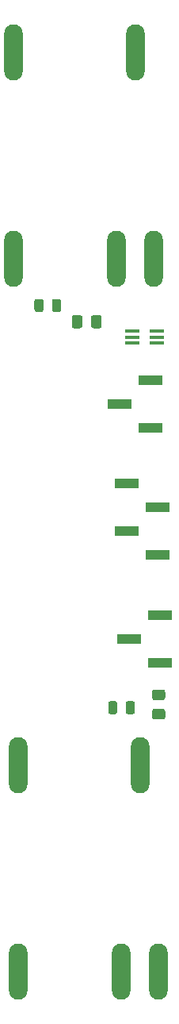
<source format=gbr>
%TF.GenerationSoftware,KiCad,Pcbnew,5.1.6+dfsg1-1*%
%TF.CreationDate,2020-08-19T02:21:13+02:00*%
%TF.ProjectId,midi_breakout,6d696469-5f62-4726-9561-6b6f75742e6b,rev?*%
%TF.SameCoordinates,Original*%
%TF.FileFunction,Paste,Top*%
%TF.FilePolarity,Positive*%
%FSLAX46Y46*%
G04 Gerber Fmt 4.6, Leading zero omitted, Abs format (unit mm)*
G04 Created by KiCad (PCBNEW 5.1.6+dfsg1-1) date 2020-08-19 02:21:13*
%MOMM*%
%LPD*%
G01*
G04 APERTURE LIST*
%ADD10R,1.500000X0.400000*%
%ADD11R,2.510000X1.000000*%
%ADD12O,2.000000X6.000000*%
G04 APERTURE END LIST*
D10*
%TO.C,D1*%
X30674000Y-61480460D03*
X30674000Y-60830460D03*
X30674000Y-60180460D03*
X33334000Y-60180460D03*
X33334000Y-60830460D03*
X33334000Y-61480460D03*
%TD*%
%TO.C,D2*%
G36*
G01*
X29984860Y-100825010D02*
X29984860Y-99912510D01*
G75*
G02*
X30228610Y-99668760I243750J0D01*
G01*
X30716110Y-99668760D01*
G75*
G02*
X30959860Y-99912510I0J-243750D01*
G01*
X30959860Y-100825010D01*
G75*
G02*
X30716110Y-101068760I-243750J0D01*
G01*
X30228610Y-101068760D01*
G75*
G02*
X29984860Y-100825010I0J243750D01*
G01*
G37*
G36*
G01*
X28109860Y-100825010D02*
X28109860Y-99912510D01*
G75*
G02*
X28353610Y-99668760I243750J0D01*
G01*
X28841110Y-99668760D01*
G75*
G02*
X29084860Y-99912510I0J-243750D01*
G01*
X29084860Y-100825010D01*
G75*
G02*
X28841110Y-101068760I-243750J0D01*
G01*
X28353610Y-101068760D01*
G75*
G02*
X28109860Y-100825010I0J243750D01*
G01*
G37*
%TD*%
%TO.C,D3*%
G36*
G01*
X21195860Y-57012950D02*
X21195860Y-57925450D01*
G75*
G02*
X20952110Y-58169200I-243750J0D01*
G01*
X20464610Y-58169200D01*
G75*
G02*
X20220860Y-57925450I0J243750D01*
G01*
X20220860Y-57012950D01*
G75*
G02*
X20464610Y-56769200I243750J0D01*
G01*
X20952110Y-56769200D01*
G75*
G02*
X21195860Y-57012950I0J-243750D01*
G01*
G37*
G36*
G01*
X23070860Y-57012950D02*
X23070860Y-57925450D01*
G75*
G02*
X22827110Y-58169200I-243750J0D01*
G01*
X22339610Y-58169200D01*
G75*
G02*
X22095860Y-57925450I0J243750D01*
G01*
X22095860Y-57012950D01*
G75*
G02*
X22339610Y-56769200I243750J0D01*
G01*
X22827110Y-56769200D01*
G75*
G02*
X23070860Y-57012950I0J-243750D01*
G01*
G37*
%TD*%
D11*
%TO.C,J6*%
X30095000Y-76440000D03*
X30095000Y-81520000D03*
X33405000Y-78980000D03*
X33405000Y-84060000D03*
%TD*%
D12*
%TO.C,IN*%
X33000000Y-52500000D03*
X18000000Y-52500000D03*
X31000000Y-30500000D03*
X29000000Y-52500000D03*
X18000000Y-30500000D03*
%TD*%
D11*
%TO.C,IN AB*%
X29345000Y-68000000D03*
X32655000Y-65460000D03*
X32655000Y-70540000D03*
%TD*%
D12*
%TO.C,OUT*%
X33500000Y-128500000D03*
X18500000Y-128500000D03*
X31500000Y-106500000D03*
X29500000Y-128500000D03*
X18500000Y-106500000D03*
%TD*%
%TO.C,R1*%
G36*
G01*
X33049999Y-100475000D02*
X33950001Y-100475000D01*
G75*
G02*
X34200000Y-100724999I0J-249999D01*
G01*
X34200000Y-101375001D01*
G75*
G02*
X33950001Y-101625000I-249999J0D01*
G01*
X33049999Y-101625000D01*
G75*
G02*
X32800000Y-101375001I0J249999D01*
G01*
X32800000Y-100724999D01*
G75*
G02*
X33049999Y-100475000I249999J0D01*
G01*
G37*
G36*
G01*
X33049999Y-98425000D02*
X33950001Y-98425000D01*
G75*
G02*
X34200000Y-98674999I0J-249999D01*
G01*
X34200000Y-99325001D01*
G75*
G02*
X33950001Y-99575000I-249999J0D01*
G01*
X33049999Y-99575000D01*
G75*
G02*
X32800000Y-99325001I0J249999D01*
G01*
X32800000Y-98674999D01*
G75*
G02*
X33049999Y-98425000I249999J0D01*
G01*
G37*
%TD*%
%TO.C,R2*%
G36*
G01*
X25366560Y-58744699D02*
X25366560Y-59644701D01*
G75*
G02*
X25116561Y-59894700I-249999J0D01*
G01*
X24466559Y-59894700D01*
G75*
G02*
X24216560Y-59644701I0J249999D01*
G01*
X24216560Y-58744699D01*
G75*
G02*
X24466559Y-58494700I249999J0D01*
G01*
X25116561Y-58494700D01*
G75*
G02*
X25366560Y-58744699I0J-249999D01*
G01*
G37*
G36*
G01*
X27416560Y-58744699D02*
X27416560Y-59644701D01*
G75*
G02*
X27166561Y-59894700I-249999J0D01*
G01*
X26516559Y-59894700D01*
G75*
G02*
X26266560Y-59644701I0J249999D01*
G01*
X26266560Y-58744699D01*
G75*
G02*
X26516559Y-58494700I249999J0D01*
G01*
X27166561Y-58494700D01*
G75*
G02*
X27416560Y-58744699I0J-249999D01*
G01*
G37*
%TD*%
D11*
%TO.C,MIDI_OUT_A1*%
X30345000Y-93000000D03*
X33655000Y-90460000D03*
X33655000Y-95540000D03*
%TD*%
M02*

</source>
